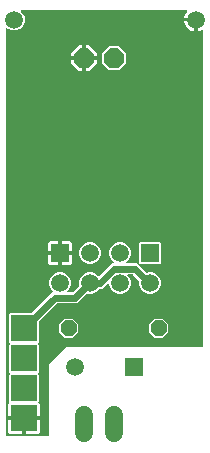
<source format=gbr>
G04 EAGLE Gerber RS-274X export*
G75*
%MOMM*%
%FSLAX34Y34*%
%LPD*%
%INBottom Copper*%
%IPPOS*%
%AMOC8*
5,1,8,0,0,1.08239X$1,22.5*%
G01*
%ADD10R,1.508000X1.508000*%
%ADD11C,1.508000*%
%ADD12P,1.429621X8X22.500000*%
%ADD13R,2.184400X2.184400*%
%ADD14P,1.814519X8X202.500000*%
%ADD15C,1.524000*%
%ADD16C,0.609600*%

G36*
X45740Y10164D02*
X45740Y10164D01*
X45759Y10162D01*
X45861Y10184D01*
X45963Y10200D01*
X45980Y10210D01*
X46000Y10214D01*
X46089Y10267D01*
X46180Y10316D01*
X46194Y10330D01*
X46211Y10340D01*
X46278Y10419D01*
X46350Y10494D01*
X46358Y10512D01*
X46371Y10527D01*
X46410Y10623D01*
X46453Y10717D01*
X46455Y10737D01*
X46463Y10755D01*
X46481Y10922D01*
X46481Y70805D01*
X61275Y85599D01*
X176278Y85599D01*
X176298Y85602D01*
X176317Y85600D01*
X176419Y85622D01*
X176521Y85639D01*
X176538Y85648D01*
X176558Y85652D01*
X176647Y85705D01*
X176738Y85754D01*
X176752Y85768D01*
X176769Y85778D01*
X176836Y85857D01*
X176908Y85932D01*
X176916Y85950D01*
X176929Y85965D01*
X176968Y86061D01*
X177011Y86155D01*
X177013Y86175D01*
X177021Y86193D01*
X177039Y86360D01*
X177039Y353431D01*
X177027Y353506D01*
X177024Y353581D01*
X177007Y353627D01*
X177000Y353674D01*
X176964Y353741D01*
X176937Y353812D01*
X176907Y353849D01*
X176884Y353891D01*
X176830Y353943D01*
X176782Y354002D01*
X176741Y354028D01*
X176706Y354061D01*
X176637Y354093D01*
X176573Y354133D01*
X176527Y354144D01*
X176483Y354164D01*
X176408Y354173D01*
X176334Y354190D01*
X176286Y354186D01*
X176239Y354191D01*
X176165Y354175D01*
X176089Y354169D01*
X176029Y354146D01*
X175998Y354139D01*
X175976Y354126D01*
X175932Y354110D01*
X174850Y353558D01*
X173341Y353067D01*
X172503Y352935D01*
X172503Y362138D01*
X172500Y362158D01*
X172502Y362177D01*
X172480Y362279D01*
X172463Y362381D01*
X172454Y362398D01*
X172450Y362418D01*
X172397Y362507D01*
X172348Y362598D01*
X172334Y362612D01*
X172324Y362629D01*
X172245Y362696D01*
X172170Y362767D01*
X172152Y362776D01*
X172137Y362789D01*
X172041Y362827D01*
X171947Y362871D01*
X171927Y362873D01*
X171909Y362881D01*
X171742Y362899D01*
X170979Y362899D01*
X170979Y363662D01*
X170976Y363682D01*
X170978Y363701D01*
X170956Y363803D01*
X170939Y363905D01*
X170930Y363922D01*
X170926Y363942D01*
X170873Y364031D01*
X170824Y364122D01*
X170810Y364136D01*
X170800Y364153D01*
X170721Y364220D01*
X170646Y364291D01*
X170628Y364300D01*
X170613Y364313D01*
X170517Y364352D01*
X170423Y364395D01*
X170403Y364397D01*
X170385Y364405D01*
X170218Y364423D01*
X161015Y364423D01*
X161147Y365261D01*
X161638Y366770D01*
X162358Y368183D01*
X163326Y369516D01*
X163331Y369525D01*
X163355Y369550D01*
X163376Y369597D01*
X163407Y369639D01*
X163428Y369708D01*
X163458Y369773D01*
X163464Y369824D01*
X163479Y369874D01*
X163477Y369946D01*
X163485Y370017D01*
X163474Y370068D01*
X163473Y370120D01*
X163448Y370187D01*
X163433Y370258D01*
X163407Y370302D01*
X163389Y370351D01*
X163344Y370407D01*
X163307Y370469D01*
X163268Y370503D01*
X163235Y370543D01*
X163175Y370582D01*
X163120Y370629D01*
X163072Y370648D01*
X163029Y370676D01*
X162959Y370694D01*
X162892Y370721D01*
X162821Y370729D01*
X162790Y370736D01*
X162767Y370735D01*
X162725Y370739D01*
X23798Y370739D01*
X23727Y370728D01*
X23656Y370726D01*
X23607Y370708D01*
X23555Y370700D01*
X23492Y370666D01*
X23425Y370641D01*
X23384Y370609D01*
X23338Y370584D01*
X23289Y370532D01*
X23233Y370488D01*
X23204Y370444D01*
X23169Y370406D01*
X23138Y370341D01*
X23100Y370281D01*
X23087Y370230D01*
X23065Y370183D01*
X23057Y370112D01*
X23039Y370042D01*
X23044Y369990D01*
X23038Y369939D01*
X23053Y369868D01*
X23059Y369797D01*
X23079Y369749D01*
X23090Y369698D01*
X23127Y369637D01*
X23155Y369571D01*
X23200Y369515D01*
X23216Y369487D01*
X23234Y369472D01*
X23260Y369440D01*
X24665Y368035D01*
X26045Y364703D01*
X26045Y361097D01*
X24665Y357765D01*
X22115Y355215D01*
X18783Y353835D01*
X15177Y353835D01*
X11845Y355215D01*
X11460Y355600D01*
X11402Y355642D01*
X11350Y355691D01*
X11303Y355713D01*
X11261Y355744D01*
X11192Y355765D01*
X11127Y355795D01*
X11075Y355801D01*
X11025Y355816D01*
X10954Y355814D01*
X10883Y355822D01*
X10832Y355811D01*
X10780Y355810D01*
X10712Y355785D01*
X10642Y355770D01*
X10597Y355743D01*
X10549Y355725D01*
X10493Y355681D01*
X10431Y355644D01*
X10397Y355604D01*
X10357Y355572D01*
X10318Y355511D01*
X10271Y355457D01*
X10252Y355408D01*
X10224Y355365D01*
X10206Y355295D01*
X10179Y355229D01*
X10171Y355157D01*
X10163Y355126D01*
X10165Y355103D01*
X10161Y355062D01*
X10161Y10922D01*
X10164Y10902D01*
X10162Y10883D01*
X10184Y10781D01*
X10200Y10679D01*
X10210Y10662D01*
X10214Y10642D01*
X10267Y10553D01*
X10316Y10462D01*
X10330Y10448D01*
X10340Y10431D01*
X10419Y10364D01*
X10494Y10292D01*
X10512Y10284D01*
X10527Y10271D01*
X10623Y10232D01*
X10717Y10189D01*
X10737Y10187D01*
X10755Y10179D01*
X10922Y10161D01*
X45720Y10161D01*
X45740Y10164D01*
G37*
%LPC*%
G36*
X25399Y25399D02*
X25399Y25399D01*
X25399Y26162D01*
X25397Y26176D01*
X25398Y26186D01*
X25397Y26192D01*
X25398Y26201D01*
X25376Y26303D01*
X25359Y26405D01*
X25350Y26422D01*
X25346Y26442D01*
X25293Y26531D01*
X25244Y26622D01*
X25230Y26636D01*
X25220Y26653D01*
X25141Y26720D01*
X25066Y26791D01*
X25048Y26800D01*
X25033Y26813D01*
X24937Y26852D01*
X24843Y26895D01*
X24823Y26897D01*
X24805Y26905D01*
X24638Y26923D01*
X11937Y26923D01*
X11937Y36656D01*
X12110Y37303D01*
X12445Y37882D01*
X12843Y38280D01*
X12855Y38296D01*
X12870Y38309D01*
X12926Y38396D01*
X12987Y38480D01*
X12992Y38499D01*
X13003Y38516D01*
X13028Y38616D01*
X13059Y38715D01*
X13058Y38735D01*
X13063Y38754D01*
X13055Y38857D01*
X13053Y38961D01*
X13046Y38980D01*
X13044Y39000D01*
X13004Y39095D01*
X12968Y39192D01*
X12956Y39207D01*
X12953Y39213D01*
X12953Y62354D01*
X13561Y62962D01*
X13573Y62978D01*
X13589Y62990D01*
X13645Y63078D01*
X13705Y63161D01*
X13711Y63180D01*
X13722Y63197D01*
X13747Y63298D01*
X13777Y63397D01*
X13777Y63416D01*
X13782Y63436D01*
X13774Y63539D01*
X13771Y63642D01*
X13764Y63661D01*
X13763Y63681D01*
X13722Y63776D01*
X13687Y63873D01*
X13674Y63889D01*
X13666Y63907D01*
X13561Y64038D01*
X12953Y64646D01*
X12953Y87754D01*
X13561Y88362D01*
X13573Y88378D01*
X13589Y88390D01*
X13645Y88478D01*
X13705Y88561D01*
X13711Y88580D01*
X13722Y88597D01*
X13747Y88698D01*
X13777Y88797D01*
X13777Y88816D01*
X13782Y88836D01*
X13774Y88939D01*
X13771Y89042D01*
X13764Y89061D01*
X13763Y89081D01*
X13722Y89176D01*
X13687Y89273D01*
X13674Y89289D01*
X13666Y89307D01*
X13561Y89438D01*
X12953Y90046D01*
X12953Y113154D01*
X13846Y114047D01*
X31065Y114047D01*
X31155Y114061D01*
X31246Y114069D01*
X31275Y114081D01*
X31307Y114086D01*
X31388Y114129D01*
X31472Y114165D01*
X31504Y114191D01*
X31525Y114202D01*
X31547Y114225D01*
X31603Y114270D01*
X46592Y129259D01*
X49509Y132175D01*
X49520Y132192D01*
X49536Y132204D01*
X49592Y132291D01*
X49652Y132375D01*
X49658Y132394D01*
X49669Y132411D01*
X49694Y132511D01*
X49724Y132610D01*
X49724Y132630D01*
X49729Y132649D01*
X49721Y132750D01*
X49722Y132761D01*
X49720Y132770D01*
X49718Y132856D01*
X49711Y132875D01*
X49710Y132895D01*
X49676Y132974D01*
X49670Y133002D01*
X49657Y133024D01*
X49634Y133087D01*
X49621Y133103D01*
X49613Y133121D01*
X49555Y133194D01*
X49544Y133213D01*
X49531Y133224D01*
X49509Y133252D01*
X48195Y134565D01*
X46815Y137897D01*
X46815Y141503D01*
X48195Y144835D01*
X50745Y147385D01*
X54077Y148765D01*
X57683Y148765D01*
X61015Y147385D01*
X63565Y144835D01*
X64945Y141503D01*
X64945Y137897D01*
X63565Y134565D01*
X62460Y133460D01*
X62418Y133402D01*
X62369Y133350D01*
X62347Y133303D01*
X62316Y133261D01*
X62295Y133192D01*
X62265Y133127D01*
X62259Y133075D01*
X62244Y133025D01*
X62246Y132954D01*
X62238Y132883D01*
X62249Y132832D01*
X62250Y132780D01*
X62275Y132712D01*
X62290Y132642D01*
X62317Y132597D01*
X62335Y132549D01*
X62380Y132493D01*
X62416Y132431D01*
X62456Y132397D01*
X62488Y132357D01*
X62549Y132318D01*
X62603Y132271D01*
X62651Y132252D01*
X62695Y132224D01*
X62765Y132206D01*
X62831Y132179D01*
X62903Y132171D01*
X62934Y132163D01*
X62957Y132165D01*
X62998Y132161D01*
X66308Y132161D01*
X66398Y132175D01*
X66489Y132183D01*
X66518Y132195D01*
X66550Y132200D01*
X66631Y132243D01*
X66715Y132279D01*
X66747Y132305D01*
X66768Y132316D01*
X66790Y132339D01*
X66846Y132384D01*
X71992Y137530D01*
X72037Y137592D01*
X72066Y137623D01*
X72071Y137634D01*
X72105Y137674D01*
X72117Y137704D01*
X72136Y137730D01*
X72163Y137817D01*
X72197Y137902D01*
X72201Y137943D01*
X72208Y137965D01*
X72207Y137997D01*
X72215Y138068D01*
X72215Y141503D01*
X73595Y144835D01*
X76145Y147385D01*
X79477Y148765D01*
X83083Y148765D01*
X86415Y147385D01*
X88054Y145746D01*
X88070Y145734D01*
X88082Y145719D01*
X88169Y145663D01*
X88253Y145602D01*
X88272Y145597D01*
X88289Y145586D01*
X88390Y145560D01*
X88488Y145530D01*
X88508Y145531D01*
X88528Y145526D01*
X88631Y145534D01*
X88734Y145536D01*
X88753Y145543D01*
X88773Y145545D01*
X88868Y145585D01*
X88965Y145621D01*
X88981Y145633D01*
X88999Y145641D01*
X89130Y145746D01*
X99769Y156385D01*
X100738Y156385D01*
X100809Y156396D01*
X100880Y156398D01*
X100929Y156416D01*
X100981Y156424D01*
X101044Y156458D01*
X101111Y156483D01*
X101152Y156515D01*
X101198Y156540D01*
X101247Y156592D01*
X101303Y156636D01*
X101332Y156680D01*
X101367Y156718D01*
X101398Y156783D01*
X101436Y156843D01*
X101449Y156894D01*
X101471Y156941D01*
X101479Y157012D01*
X101497Y157082D01*
X101492Y157134D01*
X101498Y157185D01*
X101483Y157256D01*
X101477Y157327D01*
X101457Y157375D01*
X101446Y157426D01*
X101409Y157487D01*
X101381Y157553D01*
X101336Y157609D01*
X101320Y157637D01*
X101302Y157652D01*
X101276Y157684D01*
X98995Y159965D01*
X97615Y163297D01*
X97615Y166903D01*
X98995Y170235D01*
X101545Y172785D01*
X104877Y174165D01*
X108483Y174165D01*
X111815Y172785D01*
X114365Y170235D01*
X115745Y166903D01*
X115745Y163297D01*
X114365Y159965D01*
X112084Y157684D01*
X112042Y157626D01*
X111993Y157574D01*
X111971Y157527D01*
X111940Y157485D01*
X111919Y157416D01*
X111889Y157351D01*
X111883Y157299D01*
X111868Y157249D01*
X111870Y157178D01*
X111862Y157107D01*
X111873Y157056D01*
X111874Y157004D01*
X111899Y156936D01*
X111914Y156866D01*
X111941Y156821D01*
X111959Y156773D01*
X112004Y156717D01*
X112040Y156655D01*
X112080Y156621D01*
X112112Y156581D01*
X112173Y156542D01*
X112227Y156495D01*
X112275Y156476D01*
X112319Y156448D01*
X112389Y156430D01*
X112455Y156403D01*
X112527Y156395D01*
X112558Y156387D01*
X112581Y156389D01*
X112622Y156385D01*
X121211Y156385D01*
X128895Y148701D01*
X128990Y148632D01*
X129084Y148563D01*
X129090Y148561D01*
X129095Y148557D01*
X129206Y148523D01*
X129317Y148487D01*
X129324Y148487D01*
X129330Y148485D01*
X129446Y148488D01*
X129563Y148489D01*
X129571Y148491D01*
X129576Y148491D01*
X129593Y148498D01*
X129725Y148536D01*
X130277Y148765D01*
X133883Y148765D01*
X137215Y147385D01*
X139765Y144835D01*
X141145Y141503D01*
X141145Y137897D01*
X139765Y134565D01*
X137215Y132015D01*
X133883Y130635D01*
X130277Y130635D01*
X126945Y132015D01*
X124395Y134565D01*
X123015Y137897D01*
X123015Y141332D01*
X123001Y141422D01*
X122993Y141513D01*
X122981Y141542D01*
X122976Y141574D01*
X122933Y141655D01*
X122897Y141739D01*
X122871Y141771D01*
X122860Y141792D01*
X122837Y141814D01*
X122792Y141870D01*
X117646Y147016D01*
X117572Y147069D01*
X117502Y147129D01*
X117472Y147141D01*
X117446Y147160D01*
X117359Y147187D01*
X117274Y147221D01*
X117233Y147225D01*
X117211Y147232D01*
X117179Y147231D01*
X117108Y147239D01*
X113798Y147239D01*
X113727Y147228D01*
X113656Y147226D01*
X113607Y147208D01*
X113555Y147200D01*
X113492Y147166D01*
X113425Y147141D01*
X113384Y147109D01*
X113338Y147084D01*
X113289Y147032D01*
X113233Y146988D01*
X113204Y146944D01*
X113169Y146906D01*
X113138Y146841D01*
X113100Y146781D01*
X113087Y146730D01*
X113065Y146683D01*
X113057Y146612D01*
X113039Y146542D01*
X113044Y146490D01*
X113038Y146439D01*
X113053Y146368D01*
X113059Y146297D01*
X113079Y146249D01*
X113090Y146198D01*
X113127Y146137D01*
X113155Y146071D01*
X113200Y146015D01*
X113216Y145987D01*
X113234Y145972D01*
X113260Y145940D01*
X114365Y144835D01*
X115745Y141503D01*
X115745Y137897D01*
X114365Y134565D01*
X111815Y132015D01*
X108483Y130635D01*
X104877Y130635D01*
X101545Y132015D01*
X98995Y134565D01*
X97615Y137897D01*
X97615Y139460D01*
X97604Y139530D01*
X97602Y139602D01*
X97584Y139651D01*
X97576Y139702D01*
X97542Y139766D01*
X97517Y139833D01*
X97485Y139874D01*
X97460Y139920D01*
X97408Y139969D01*
X97364Y140025D01*
X97320Y140053D01*
X97282Y140089D01*
X97217Y140119D01*
X97157Y140158D01*
X97106Y140171D01*
X97059Y140193D01*
X96988Y140201D01*
X96918Y140218D01*
X96866Y140214D01*
X96815Y140220D01*
X96744Y140205D01*
X96673Y140199D01*
X96625Y140179D01*
X96574Y140168D01*
X96513Y140131D01*
X96447Y140103D01*
X96391Y140058D01*
X96363Y140041D01*
X96348Y140024D01*
X96316Y139998D01*
X91445Y135127D01*
X89706Y135127D01*
X89591Y135108D01*
X89475Y135091D01*
X89470Y135089D01*
X89463Y135088D01*
X89361Y135033D01*
X89256Y134980D01*
X89252Y134975D01*
X89246Y134972D01*
X89166Y134888D01*
X89084Y134804D01*
X89080Y134798D01*
X89077Y134794D01*
X89069Y134777D01*
X89003Y134657D01*
X88965Y134565D01*
X86415Y132015D01*
X83083Y130635D01*
X79477Y130635D01*
X78925Y130864D01*
X78811Y130891D01*
X78697Y130919D01*
X78691Y130919D01*
X78685Y130920D01*
X78569Y130909D01*
X78452Y130900D01*
X78446Y130898D01*
X78440Y130897D01*
X78332Y130849D01*
X78226Y130804D01*
X78220Y130799D01*
X78215Y130797D01*
X78201Y130784D01*
X78095Y130699D01*
X70411Y123015D01*
X53597Y123015D01*
X53507Y123001D01*
X53416Y122993D01*
X53387Y122981D01*
X53355Y122976D01*
X53274Y122933D01*
X53190Y122897D01*
X53158Y122871D01*
X53137Y122860D01*
X53115Y122837D01*
X53059Y122792D01*
X38070Y107803D01*
X38017Y107729D01*
X37957Y107659D01*
X37945Y107629D01*
X37926Y107603D01*
X37899Y107516D01*
X37865Y107431D01*
X37861Y107390D01*
X37854Y107368D01*
X37855Y107336D01*
X37847Y107265D01*
X37847Y90046D01*
X37239Y89438D01*
X37227Y89422D01*
X37211Y89410D01*
X37155Y89322D01*
X37095Y89239D01*
X37089Y89220D01*
X37078Y89203D01*
X37053Y89102D01*
X37023Y89003D01*
X37023Y88984D01*
X37018Y88964D01*
X37026Y88861D01*
X37029Y88758D01*
X37036Y88739D01*
X37037Y88719D01*
X37078Y88624D01*
X37113Y88527D01*
X37126Y88511D01*
X37134Y88493D01*
X37239Y88362D01*
X37847Y87754D01*
X37847Y64646D01*
X37239Y64038D01*
X37227Y64022D01*
X37211Y64010D01*
X37155Y63922D01*
X37095Y63839D01*
X37089Y63820D01*
X37078Y63803D01*
X37053Y63702D01*
X37023Y63603D01*
X37023Y63584D01*
X37018Y63564D01*
X37026Y63461D01*
X37029Y63358D01*
X37036Y63339D01*
X37037Y63319D01*
X37078Y63224D01*
X37113Y63127D01*
X37126Y63111D01*
X37134Y63093D01*
X37239Y62962D01*
X37847Y62354D01*
X37847Y39203D01*
X37813Y39157D01*
X37808Y39138D01*
X37797Y39121D01*
X37772Y39021D01*
X37741Y38922D01*
X37742Y38902D01*
X37737Y38883D01*
X37745Y38780D01*
X37747Y38676D01*
X37754Y38657D01*
X37756Y38637D01*
X37796Y38542D01*
X37832Y38445D01*
X37844Y38429D01*
X37852Y38411D01*
X37957Y38280D01*
X38355Y37882D01*
X38690Y37303D01*
X38863Y36656D01*
X38863Y26923D01*
X26162Y26923D01*
X26142Y26920D01*
X26123Y26922D01*
X26021Y26900D01*
X25919Y26883D01*
X25902Y26874D01*
X25882Y26870D01*
X25793Y26817D01*
X25702Y26768D01*
X25688Y26754D01*
X25671Y26744D01*
X25604Y26665D01*
X25533Y26590D01*
X25524Y26572D01*
X25511Y26557D01*
X25473Y26461D01*
X25429Y26367D01*
X25427Y26347D01*
X25419Y26329D01*
X25401Y26162D01*
X25401Y25399D01*
X25399Y25399D01*
G37*
%LPD*%
%LPC*%
G36*
X123908Y156035D02*
X123908Y156035D01*
X123015Y156928D01*
X123015Y173272D01*
X123908Y174165D01*
X140252Y174165D01*
X141145Y173272D01*
X141145Y156928D01*
X140252Y156035D01*
X123908Y156035D01*
G37*
%LPD*%
%LPC*%
G36*
X97496Y320293D02*
X97496Y320293D01*
X91693Y326096D01*
X91693Y334304D01*
X97496Y340107D01*
X105704Y340107D01*
X111507Y334304D01*
X111507Y326096D01*
X105704Y320293D01*
X97496Y320293D01*
G37*
%LPD*%
%LPC*%
G36*
X79477Y156035D02*
X79477Y156035D01*
X76145Y157415D01*
X73595Y159965D01*
X72215Y163297D01*
X72215Y166903D01*
X73595Y170235D01*
X76145Y172785D01*
X79477Y174165D01*
X83083Y174165D01*
X86415Y172785D01*
X88965Y170235D01*
X90345Y166903D01*
X90345Y163297D01*
X88965Y159965D01*
X86415Y157415D01*
X83083Y156035D01*
X79477Y156035D01*
G37*
%LPD*%
%LPC*%
G36*
X136333Y93471D02*
X136333Y93471D01*
X131571Y98233D01*
X131571Y104967D01*
X136333Y109729D01*
X143067Y109729D01*
X147829Y104967D01*
X147829Y98233D01*
X143067Y93471D01*
X136333Y93471D01*
G37*
%LPD*%
%LPC*%
G36*
X60133Y93471D02*
X60133Y93471D01*
X55371Y98233D01*
X55371Y104967D01*
X60133Y109729D01*
X66867Y109729D01*
X71629Y104967D01*
X71629Y98233D01*
X66867Y93471D01*
X60133Y93471D01*
G37*
%LPD*%
%LPC*%
G36*
X26923Y11937D02*
X26923Y11937D01*
X26923Y23877D01*
X38863Y23877D01*
X38863Y14144D01*
X38690Y13497D01*
X38355Y12918D01*
X37882Y12445D01*
X37303Y12110D01*
X36656Y11937D01*
X26923Y11937D01*
G37*
%LPD*%
%LPC*%
G36*
X14144Y11937D02*
X14144Y11937D01*
X13497Y12110D01*
X12918Y12445D01*
X12445Y12918D01*
X12110Y13497D01*
X11937Y14144D01*
X11937Y23877D01*
X23877Y23877D01*
X23877Y11937D01*
X14144Y11937D01*
G37*
%LPD*%
%LPC*%
G36*
X57403Y166623D02*
X57403Y166623D01*
X57403Y175181D01*
X63754Y175181D01*
X64401Y175008D01*
X64980Y174673D01*
X65453Y174200D01*
X65788Y173621D01*
X65961Y172974D01*
X65961Y166623D01*
X57403Y166623D01*
G37*
%LPD*%
%LPC*%
G36*
X45799Y166623D02*
X45799Y166623D01*
X45799Y172974D01*
X45972Y173621D01*
X46307Y174200D01*
X46780Y174673D01*
X47359Y175008D01*
X48006Y175181D01*
X54357Y175181D01*
X54357Y166623D01*
X45799Y166623D01*
G37*
%LPD*%
%LPC*%
G36*
X57403Y155019D02*
X57403Y155019D01*
X57403Y163577D01*
X65961Y163577D01*
X65961Y157226D01*
X65788Y156579D01*
X65453Y156000D01*
X64980Y155527D01*
X64401Y155192D01*
X63754Y155019D01*
X57403Y155019D01*
G37*
%LPD*%
%LPC*%
G36*
X48006Y155019D02*
X48006Y155019D01*
X47359Y155192D01*
X46780Y155527D01*
X46307Y156000D01*
X45972Y156579D01*
X45799Y157226D01*
X45799Y163577D01*
X54357Y163577D01*
X54357Y155019D01*
X48006Y155019D01*
G37*
%LPD*%
%LPC*%
G36*
X77723Y331723D02*
X77723Y331723D01*
X77723Y341123D01*
X80724Y341123D01*
X87123Y334724D01*
X87123Y331723D01*
X77723Y331723D01*
G37*
%LPD*%
%LPC*%
G36*
X65277Y331723D02*
X65277Y331723D01*
X65277Y334724D01*
X71676Y341123D01*
X74677Y341123D01*
X74677Y331723D01*
X65277Y331723D01*
G37*
%LPD*%
%LPC*%
G36*
X77723Y319277D02*
X77723Y319277D01*
X77723Y328677D01*
X87123Y328677D01*
X87123Y325676D01*
X80724Y319277D01*
X77723Y319277D01*
G37*
%LPD*%
%LPC*%
G36*
X71676Y319277D02*
X71676Y319277D01*
X65277Y325676D01*
X65277Y328677D01*
X74677Y328677D01*
X74677Y319277D01*
X71676Y319277D01*
G37*
%LPD*%
%LPC*%
G36*
X168619Y353067D02*
X168619Y353067D01*
X167110Y353558D01*
X165697Y354278D01*
X164413Y355211D01*
X163291Y356333D01*
X162358Y357617D01*
X161638Y359030D01*
X161147Y360539D01*
X161015Y361377D01*
X169457Y361377D01*
X169457Y352935D01*
X168619Y353067D01*
G37*
%LPD*%
%LPC*%
G36*
X55879Y165099D02*
X55879Y165099D01*
X55879Y165101D01*
X55881Y165101D01*
X55881Y165099D01*
X55879Y165099D01*
G37*
%LPD*%
%LPC*%
G36*
X76199Y330199D02*
X76199Y330199D01*
X76199Y330201D01*
X76201Y330201D01*
X76201Y330199D01*
X76199Y330199D01*
G37*
%LPD*%
D10*
X118980Y68900D03*
D11*
X68980Y68900D03*
X170980Y362900D03*
X16980Y362900D03*
D12*
X63500Y101600D03*
X139700Y101600D03*
D10*
X55880Y165100D03*
D11*
X81280Y165100D03*
X106680Y165100D03*
X106680Y139700D03*
X81280Y139700D03*
X55880Y139700D03*
X132080Y139700D03*
D10*
X132080Y165100D03*
D13*
X25400Y101600D03*
X25400Y76200D03*
X25400Y50800D03*
X25400Y25400D03*
D14*
X101600Y330200D03*
X76200Y330200D03*
D15*
X76200Y27940D02*
X76200Y12700D01*
X101600Y12700D02*
X101600Y27940D01*
D16*
X25400Y101600D02*
X51388Y127588D01*
X80629Y139700D02*
X81280Y139700D01*
X68517Y127588D02*
X51388Y127588D01*
X68517Y127588D02*
X80629Y139700D01*
X101663Y151812D02*
X119317Y151812D01*
X89551Y139700D02*
X81280Y139700D01*
X131429Y139700D02*
X132080Y139700D01*
X101663Y151812D02*
X89551Y139700D01*
X119317Y151812D02*
X131429Y139700D01*
M02*

</source>
